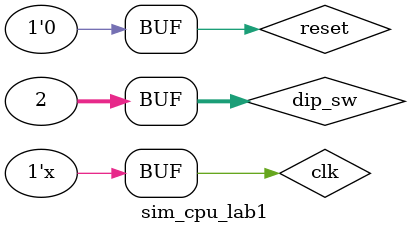
<source format=v>
`timescale 1ns / 1ps


module sim_cpu_lab1(

    );
    reg clk;
    wire clk_140m;
    reg reset;
    parameter HALF_CYCLE = 10;
    always #HALF_CYCLE begin
        clk = ~clk;
    end
    wire [31:0]base_ram_data;
    wire[19:0] base_ram_addr;
    wire[3:0] base_ram_be_n;
    wire base_ram_ce_n;
    wire base_ram_oe_n;
    wire base_ram_we_n;
    
    wire[31:0] ext_ram_data;
    wire[19:0] ext_ram_addr;
    wire[3:0] ext_ram_be_n;
    wire ext_ram_ce_n;
    wire ext_ram_oe_n;
    wire ext_ram_we_n;
    reg [31:0]dip_sw;
    wire clk_core;
    
    ram base_ram(
    .ram_data(base_ram_data),  
    .ram_addr(base_ram_addr[9:0]), 
    .ram_be_n(base_ram_be_n),
    .ram_ce_n(base_ram_ce_n),       
    .ram_oe_n(base_ram_oe_n),       
    .ram_we_n(base_ram_we_n),       
    .clk(clk_core)
    );
    
    ram #(.ISEXT(1))ext_ram(
    .ram_data(ext_ram_data),  
    .ram_addr(ext_ram_addr[9:0]), 
    .ram_be_n(ext_ram_be_n),
    .ram_ce_n(ext_ram_ce_n),       
    .ram_oe_n(ext_ram_oe_n),       
    .ram_we_n(ext_ram_we_n),       
    .clk(clk_core)
    );
    
    
    cpu CPU(
    .clk_50M(clk),           //50MHz Ê±ÖÓÊäÈë
    .clk_140m(clk_140m),
    .clk_core(clk_core),
    .clock_btn(clk),
    .reset_btn(reset),
    .dip_sw(dip_sw),

    //BaseRAMÐÅºÅ
    .base_ram_data(base_ram_data),  //BaseRAMÊý¾Ý£¬µÍ8Î»ÓëCPLD´®¿Ú¿ØÖÆÆ÷¹²Ïí
    .base_ram_addr(base_ram_addr), //BaseRAMµØÖ·
    .base_ram_be_n(base_ram_be_n),  //BaseRAM×Ö½ÚÊ¹ÄÜ£¬µÍÓÐÐ§¡£Èç¹û²»Ê¹ÓÃ×Ö½ÚÊ¹ÄÜ£¬Çë±£³ÖÎª0
    .base_ram_ce_n(base_ram_ce_n),       //BaseRAMÆ¬Ñ¡£¬µÍÓÐÐ§
    .base_ram_oe_n(base_ram_oe_n),       //BaseRAM¶ÁÊ¹ÄÜ£¬µÍÓÐÐ§
    .base_ram_we_n(base_ram_we_n),       //BaseRAMÐ´Ê¹ÄÜ£¬µÍÓÐÐ§

    //ExtRAMÐÅºÅ
    .ext_ram_data(ext_ram_data),  //ExtRAMÊý¾Ý
    .ext_ram_addr(ext_ram_addr), //ExtRAMµØÖ·
    .ext_ram_be_n(ext_ram_be_n),  //ExtRAM×Ö½ÚÊ¹ÄÜ£¬µÍÓÐÐ§¡£Èç¹û²»Ê¹ÓÃ×Ö½ÚÊ¹ÄÜ£¬Çë±£³ÖÎª0
    .ext_ram_ce_n(ext_ram_ce_n),       //ExtRAMÆ¬Ñ¡£¬µÍÓÐÐ§
    .ext_ram_oe_n(ext_ram_oe_n),       //ExtRAM¶ÁÊ¹ÄÜ£¬µÍÓÐÐ§
    .ext_ram_we_n(ext_ram_we_n)      //ExtRAMÐ´Ê¹ÄÜ£¬µÍÓÐÐ§
    );

    initial begin
        reset=1;
        clk=0;
        dip_sw=0;
        dip_sw[1]=1'b1;
        #100
        reset=0;
//        $display("%b", 4'b1111==~4'b0);
    end

endmodule

</source>
